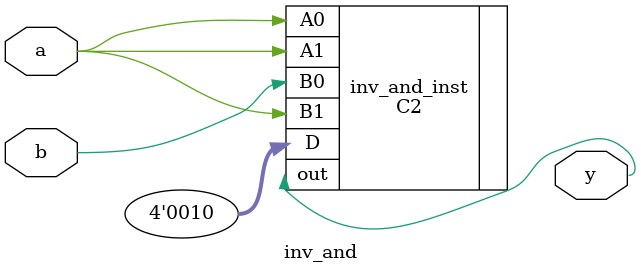
<source format=v>
module inv_and
(
    input a, b,
    output y
);
    C2 inv_and_inst (
        .A0(a),
        .A1(a),
        .B0(b),
        .B1(a),
        .D({1'b0, 1'b0, 1'b1, 1'b0}),
        .out(y)
    );
endmodule
</source>
